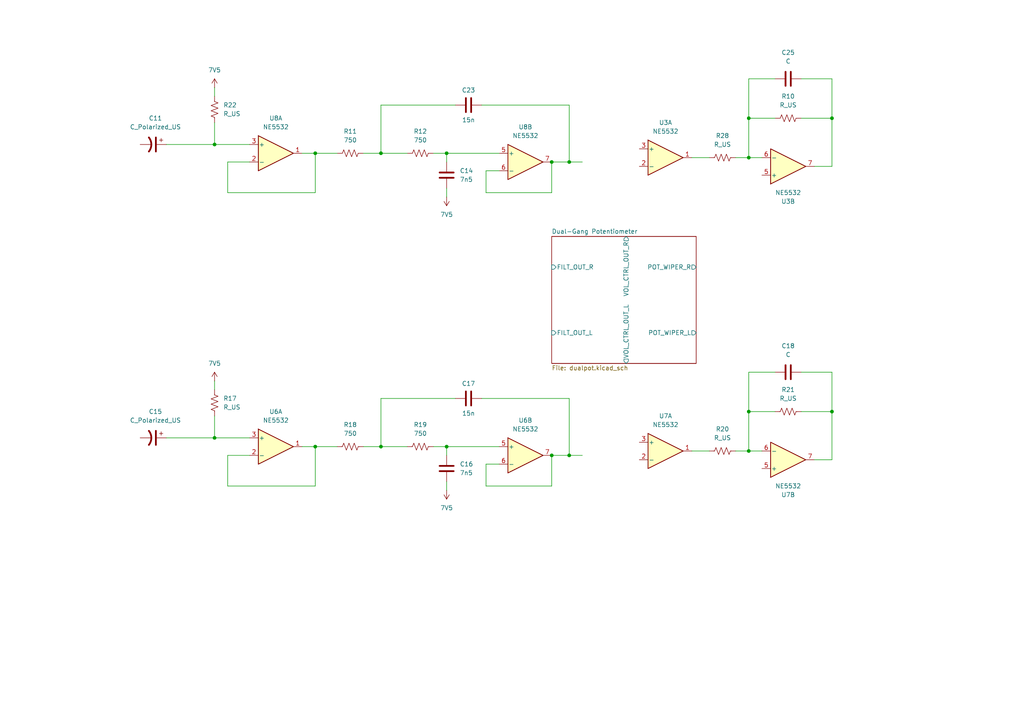
<source format=kicad_sch>
(kicad_sch (version 20231120) (generator "eeschema") (generator_version "8.0")
  (paper "A4")
  (lib_symbols
    (symbol "Amplifier_Operational:NE5532" (pin_names (offset 0.127))
      (property "Reference" "U" (at 0 5.08 0))
      (property "Value" "NE5532" (at 0 -5.08 0))
      (symbol "NE5532_1_1"
        (polyline (pts (xy -5.08 5.08) (xy 5.08 0) (xy -5.08 -5.08) (xy -5.08 5.08)) (stroke (width 0.254)) (fill (type background)))
        (pin output line (at 7.62 0 180) (length 2.54) (name "~") (number "1"))
        (pin input line (at -7.62 -2.54 0) (length 2.54) (name "-") (number "2"))
        (pin input line (at -7.62 2.54 0) (length 2.54) (name "+") (number "3"))
      )
      (symbol "NE5532_2_1"
        (polyline (pts (xy -5.08 5.08) (xy 5.08 0) (xy -5.08 -5.08) (xy -5.08 5.08)) (stroke (width 0.254)) (fill (type background)))
        (pin input line (at -7.62 2.54 0) (length 2.54) (name "+") (number "5"))
        (pin input line (at -7.62 -2.54 0) (length 2.54) (name "-") (number "6"))
        (pin output line (at 7.62 0 180) (length 2.54) (name "~") (number "7"))
      )
      (symbol "NE5532_3_1"
        (pin power_in line (at -2.54 -7.62 90) (length 3.81) (name "V-") (number "4"))
        (pin power_in line (at -2.54 7.62 270) (length 3.81) (name "V+") (number "8"))
      )
    )
    (symbol "Device:C" (pin_numbers hide) (pin_names (offset 0.254))
      (property "Reference" "C" (at 0.635 2.54 0))
      (property "Value" "C" (at 0.635 -2.54 0))
      (symbol "C_0_1"
        (polyline (pts (xy -2.032 -0.762) (xy 2.032 -0.762)) (stroke (width 0.508)))
        (polyline (pts (xy -2.032 0.762) (xy 2.032 0.762)) (stroke (width 0.508)))
      )
      (symbol "C_1_1"
        (pin passive line (at 0 3.81 270) (length 2.794) (name "~") (number "1"))
        (pin passive line (at 0 -3.81 90) (length 2.794) (name "~") (number "2"))
      )
    )
    (symbol "Device:C_Polarized_US" (pin_numbers hide) (pin_names (offset 0.254) hide)
      (property "Reference" "C" (at 0.635 2.54 0))
      (property "Value" "C_Polarized_US" (at 0.635 -2.54 0))
      (symbol "C_Polarized_US_0_1"
        (polyline (pts (xy -2.032 0.762) (xy 2.032 0.762)) (stroke (width 0.508)))
        (polyline (pts (xy -1.778 2.286) (xy -0.762 2.286)))
        (polyline (pts (xy -1.27 1.778) (xy -1.27 2.794)))
        (arc (start 2.032 -1.27) (mid 0 -0.5572) (end -2.032 -1.27) (stroke (width 0.508)))
      )
      (symbol "C_Polarized_US_1_1"
        (pin passive line (at 0 3.81 270) (length 2.794) (name "~") (number "1"))
        (pin passive line (at 0 -3.81 90) (length 3.302) (name "~") (number "2"))
      )
    )
    (symbol "Device:R_US" (pin_numbers hide) (pin_names (offset 0))
      (property "Reference" "R" (at 2.54 0 90))
      (property "Value" "R_US" (at -2.54 0 90))
      (symbol "R_US_0_1"
        (polyline (pts (xy 0 -2.286) (xy 0 -2.54)))
        (polyline (pts (xy 0 2.286) (xy 0 2.54)))
        (polyline (pts (xy 0 -0.762) (xy 1.016 -1.143) (xy 0 -1.524) (xy -1.016 -1.905) (xy 0 -2.286)))
        (polyline (pts (xy 0 0.762) (xy 1.016 0.381) (xy 0 0) (xy -1.016 -0.381) (xy 0 -0.762)))
        (polyline (pts (xy 0 2.286) (xy 1.016 1.905) (xy 0 1.524) (xy -1.016 1.143) (xy 0 0.762)))
      )
      (symbol "R_US_1_1"
        (pin passive line (at 0 3.81 270) (length 1.27) (name "~") (number "1"))
        (pin passive line (at 0 -3.81 90) (length 1.27) (name "~") (number "2"))
      )
    )
    (symbol "power:VCC" (power) (pin_numbers hide) (pin_names (offset 0) hide)
      (property "Value" "VCC" (at 0 3.556 0))
      (symbol "VCC_0_1"
        (polyline (pts (xy -0.762 1.27) (xy 0 2.54)))
        (polyline (pts (xy 0 0) (xy 0 2.54)))
        (polyline (pts (xy 0 2.54) (xy 0.762 1.27)))
      )
      (symbol "VCC_1_1"
        (pin power_in line (at 0 0 90) (length 0) (name "~") (number "1"))
      )
    )
  )
  (junction (at 110.49 44.45))
  (junction (at 300.99 95.25))
  (junction (at 346.71 73.66))
  (junction (at 62.23 41.91))
  (junction (at 62.23 127))
  (junction (at 241.3 119.38))
  (junction (at 91.44 44.45))
  (junction (at 217.17 119.38))
  (junction (at 160.02 132.08))
  (junction (at 91.44 129.54))
  (junction (at 217.17 130.81))
  (junction (at 345.44 121.92))
  (junction (at 165.1 132.08))
  (junction (at 110.49 129.54))
  (junction (at 345.44 97.79))
  (junction (at 241.3 34.29))
  (junction (at 346.71 48.26))
  (junction (at 165.1 46.99))
  (junction (at 300.99 71.12))
  (junction (at 217.17 34.29))
  (junction (at 129.54 129.54))
  (junction (at 160.02 46.99))
  (junction (at 129.54 44.45))
  (junction (at 217.17 45.72))
  (wire (pts (xy 241.3 133.35) (xy 236.22 133.35)))
  (wire (pts (xy 105.41 44.45) (xy 110.49 44.45)))
  (wire (pts (xy 165.1 46.99) (xy 165.1 30.48)))
  (wire (pts (xy 62.23 41.91) (xy 72.39 41.91)))
  (wire (pts (xy 318.77 100.33) (xy 318.77 109.22)))
  (wire (pts (xy 326.39 100.33) (xy 318.77 100.33)))
  (wire (pts (xy 346.71 73.66) (xy 350.52 73.66)))
  (wire (pts (xy 217.17 45.72) (xy 220.98 45.72)))
  (wire (pts (xy 91.44 44.45) (xy 97.79 44.45)))
  (wire (pts (xy 110.49 115.57) (xy 110.49 129.54)))
  (wire (pts (xy 232.41 22.86) (xy 241.3 22.86)))
  (wire (pts (xy 129.54 139.7) (xy 129.54 142.24)))
  (wire (pts (xy 217.17 130.81) (xy 217.17 119.38)))
  (wire (pts (xy 346.71 73.66) (xy 342.9 73.66)))
  (wire (pts (xy 72.39 132.08) (xy 66.04 132.08)))
  (wire (pts (xy 91.44 129.54) (xy 87.63 129.54)))
  (wire (pts (xy 345.44 97.79) (xy 350.52 97.79)))
  (wire (pts (xy 241.3 34.29) (xy 241.3 48.26)))
  (wire (pts (xy 327.66 76.2) (xy 320.04 76.2)))
  (wire (pts (xy 326.39 124.46) (xy 318.77 124.46)))
  (wire (pts (xy 217.17 107.95) (xy 224.79 107.95)))
  (wire (pts (xy 140.97 55.88) (xy 160.02 55.88)))
  (wire (pts (xy 345.44 109.22) (xy 345.44 97.79)))
  (wire (pts (xy 213.36 45.72) (xy 217.17 45.72)))
  (wire (pts (xy 241.3 119.38) (xy 241.3 133.35)))
  (wire (pts (xy 91.44 44.45) (xy 87.63 44.45)))
  (wire (pts (xy 91.44 140.97) (xy 91.44 129.54)))
  (wire (pts (xy 110.49 129.54) (xy 118.11 129.54)))
  (wire (pts (xy 320.04 59.69) (xy 346.71 59.69)))
  (wire (pts (xy 110.49 30.48) (xy 110.49 44.45)))
  (wire (pts (xy 217.17 22.86) (xy 224.79 22.86)))
  (wire (pts (xy 165.1 132.08) (xy 168.91 132.08)))
  (wire (pts (xy 165.1 115.57) (xy 139.7 115.57)))
  (wire (pts (xy 66.04 132.08) (xy 66.04 140.97)))
  (wire (pts (xy 300.99 119.38) (xy 300.99 95.25)))
  (wire (pts (xy 165.1 132.08) (xy 165.1 115.57)))
  (wire (pts (xy 345.44 97.79) (xy 341.63 97.79)))
  (wire (pts (xy 213.36 130.81) (xy 217.17 130.81)))
  (wire (pts (xy 200.66 130.81) (xy 205.74 130.81)))
  (wire (pts (xy 144.78 134.62) (xy 140.97 134.62)))
  (wire (pts (xy 200.66 45.72) (xy 205.74 45.72)))
  (wire (pts (xy 91.44 55.88) (xy 91.44 44.45)))
  (wire (pts (xy 318.77 109.22) (xy 345.44 109.22)))
  (wire (pts (xy 345.44 121.92) (xy 350.52 121.92)))
  (wire (pts (xy 346.71 59.69) (xy 346.71 48.26)))
  (wire (pts (xy 241.3 107.95) (xy 241.3 119.38)))
  (wire (pts (xy 160.02 46.99) (xy 165.1 46.99)))
  (wire (pts (xy 160.02 55.88) (xy 160.02 46.99)))
  (wire (pts (xy 217.17 119.38) (xy 224.79 119.38)))
  (wire (pts (xy 125.73 129.54) (xy 129.54 129.54)))
  (wire (pts (xy 300.99 95.25) (xy 300.99 71.12)))
  (wire (pts (xy 327.66 50.8) (xy 320.04 50.8)))
  (wire (pts (xy 326.39 119.38) (xy 300.99 119.38)))
  (wire (pts (xy 48.26 127) (xy 62.23 127)))
  (wire (pts (xy 72.39 46.99) (xy 66.04 46.99)))
  (wire (pts (xy 217.17 34.29) (xy 217.17 22.86)))
  (wire (pts (xy 125.73 44.45) (xy 129.54 44.45)))
  (wire (pts (xy 345.44 133.35) (xy 345.44 121.92)))
  (wire (pts (xy 105.41 129.54) (xy 110.49 129.54)))
  (wire (pts (xy 66.04 55.88) (xy 91.44 55.88)))
  (wire (pts (xy 129.54 129.54) (xy 144.78 129.54)))
  (wire (pts (xy 217.17 130.81) (xy 220.98 130.81)))
  (wire (pts (xy 140.97 140.97) (xy 160.02 140.97)))
  (wire (pts (xy 300.99 45.72) (xy 327.66 45.72)))
  (wire (pts (xy 165.1 46.99) (xy 168.91 46.99)))
  (wire (pts (xy 129.54 44.45) (xy 144.78 44.45)))
  (wire (pts (xy 144.78 49.53) (xy 140.97 49.53)))
  (wire (pts (xy 129.54 129.54) (xy 129.54 132.08)))
  (wire (pts (xy 62.23 110.49) (xy 62.23 113.03)))
  (wire (pts (xy 300.99 71.12) (xy 300.99 45.72)))
  (wire (pts (xy 320.04 50.8) (xy 320.04 59.69)))
  (wire (pts (xy 346.71 48.26) (xy 342.9 48.26)))
  (wire (pts (xy 66.04 46.99) (xy 66.04 55.88)))
  (wire (pts (xy 140.97 49.53) (xy 140.97 55.88)))
  (wire (pts (xy 241.3 48.26) (xy 236.22 48.26)))
  (wire (pts (xy 232.41 107.95) (xy 241.3 107.95)))
  (wire (pts (xy 217.17 45.72) (xy 217.17 34.29)))
  (wire (pts (xy 300.99 71.12) (xy 327.66 71.12)))
  (wire (pts (xy 345.44 121.92) (xy 341.63 121.92)))
  (wire (pts (xy 129.54 44.45) (xy 129.54 46.99)))
  (wire (pts (xy 140.97 134.62) (xy 140.97 140.97)))
  (wire (pts (xy 232.41 119.38) (xy 241.3 119.38)))
  (wire (pts (xy 62.23 127) (xy 72.39 127)))
  (wire (pts (xy 62.23 25.4) (xy 62.23 27.94)))
  (wire (pts (xy 217.17 34.29) (xy 224.79 34.29)))
  (wire (pts (xy 217.17 119.38) (xy 217.17 107.95)))
  (wire (pts (xy 160.02 140.97) (xy 160.02 132.08)))
  (wire (pts (xy 48.26 41.91) (xy 62.23 41.91)))
  (wire (pts (xy 132.08 30.48) (xy 110.49 30.48)))
  (wire (pts (xy 318.77 133.35) (xy 345.44 133.35)))
  (wire (pts (xy 91.44 129.54) (xy 97.79 129.54)))
  (wire (pts (xy 320.04 76.2) (xy 320.04 85.09)))
  (wire (pts (xy 232.41 34.29) (xy 241.3 34.29)))
  (wire (pts (xy 62.23 41.91) (xy 62.23 35.56)))
  (wire (pts (xy 129.54 54.61) (xy 129.54 57.15)))
  (wire (pts (xy 346.71 48.26) (xy 350.52 48.26)))
  (wire (pts (xy 300.99 95.25) (xy 326.39 95.25)))
  (wire (pts (xy 62.23 127) (xy 62.23 120.65)))
  (wire (pts (xy 346.71 85.09) (xy 346.71 73.66)))
  (wire (pts (xy 66.04 140.97) (xy 91.44 140.97)))
  (wire (pts (xy 160.02 132.08) (xy 165.1 132.08)))
  (wire (pts (xy 320.04 85.09) (xy 346.71 85.09)))
  (wire (pts (xy 318.77 124.46) (xy 318.77 133.35)))
  (wire (pts (xy 241.3 22.86) (xy 241.3 34.29)))
  (wire (pts (xy 132.08 115.57) (xy 110.49 115.57)))
  (wire (pts (xy 165.1 30.48) (xy 139.7 30.48)))
  (wire (pts (xy 110.49 44.45) (xy 118.11 44.45)))
  (symbol (lib_id "Device:R_US") (at 354.33 121.92 90) (unit 1)
    (property "Reference" "R16" (at 354.33 115.57 90))
    (property "Value" "R_US" (at 354.33 118.11 90))
    (property "Description" "Resistor, US symbol" (effects (hide yes)))
  )
  (symbol (lib_id "Device:R_US") (at 101.6 129.54 90) (unit 1)
    (property "Reference" "R18" (at 101.6 123.19 90))
    (property "Value" "750" (at 101.6 125.73 90))
    (property "Description" "Resistor, US symbol" (effects (hide yes)))
  )
  (symbol (lib_id "Device:C") (at 129.54 135.89 0) (unit 1)
    (property "Reference" "C16" (at 133.35 134.6199 0) (effects (justify left)))
    (property "Value" "7n5" (at 133.35 137.1599 0) (effects (justify left)))
    (property "Description" "Unpolarized capacitor" (effects (hide yes)))
  )
  (symbol (lib_id "Device:R_US") (at 228.6 119.38 90) (unit 1)
    (property "Reference" "R21" (at 228.6 113.03 90))
    (property "Value" "R_US" (at 228.6 115.57 90))
    (property "Description" "Resistor, US symbol" (effects (hide yes)))
  )
  (symbol (lib_id "Amplifier_Operational:NE5532") (at 193.04 45.72 0) (unit 1)
    (property "Reference" "U3" (at 193.04 35.56 0))
    (property "Value" "NE5532" (at 193.04 38.1 0))
    (property "Datasheet" "http://www.ti.com/lit/ds/symlink/ne5532.pdf" (effects (hide yes)))
    (property "Description" "Dual Low-Noise Operational Amplifiers, DIP-8/SOIC-8" (effects (hide yes)))
  )
  (symbol (lib_id "Amplifier_Operational:NE5532") (at 375.92 167.64 0) (unit 3)
    (property "Reference" "U7" (at 374.65 166.3699 0) (effects (justify left)))
    (property "Value" "NE5532" (at 374.65 168.9099 0) (effects (justify left)))
    (property "Datasheet" "http://www.ti.com/lit/ds/symlink/ne5532.pdf" (effects (hide yes)))
    (property "Description" "Dual Low-Noise Operational Amplifiers, DIP-8/SOIC-8" (effects (hide yes)))
  )
  (symbol (lib_id "Amplifier_Operational:NE5532") (at 152.4 46.99 0) (unit 2)
    (property "Reference" "U8" (at 152.4 36.83 0))
    (property "Value" "NE5532" (at 152.4 39.37 0))
    (property "Datasheet" "http://www.ti.com/lit/ds/symlink/ne5532.pdf" (effects (hide yes)))
    (property "Description" "Dual Low-Noise Operational Amplifiers, DIP-8/SOIC-8" (effects (hide yes)))
  )
  (symbol (lib_id "power:VCC") (at 62.23 110.49 0) (unit 1)
    (property "Reference" "#PWR024" (effects (hide yes)))
    (property "Value" "7V5" (at 62.23 105.41 0))
    (property "Description" "Power symbol creates a global label with name \"VCC\"" (effects (hide yes)))
  )
  (symbol (lib_id "Device:R_US") (at 354.33 48.26 90) (unit 1)
    (property "Reference" "R13" (at 354.33 41.91 90))
    (property "Value" "R_US" (at 354.33 44.45 90))
    (property "Description" "Resistor, US symbol" (effects (hide yes)))
  )
  (symbol (lib_id "Amplifier_Operational:NE5532") (at 312.42 167.64 0) (unit 3)
    (property "Reference" "U2" (at 311.15 166.3699 0) (effects (justify left)))
    (property "Value" "NE5532" (at 311.15 168.9099 0) (effects (justify left)))
    (property "Datasheet" "http://www.ti.com/lit/ds/symlink/ne5532.pdf" (effects (hide yes)))
    (property "Description" "Dual Low-Noise Operational Amplifiers, DIP-8/SOIC-8" (effects (hide yes)))
  )
  (symbol (lib_id "Device:C") (at 129.54 50.8 0) (unit 1)
    (property "Reference" "C14" (at 133.35 49.5299 0) (effects (justify left)))
    (property "Value" "7n5" (at 133.35 52.0699 0) (effects (justify left)))
    (property "Description" "Unpolarized capacitor" (effects (hide yes)))
  )
  (symbol (lib_id "Amplifier_Operational:NE5532") (at 228.6 48.26 0) (mirror x) (unit 2)
    (property "Reference" "U3" (at 228.6 58.42 0))
    (property "Value" "NE5532" (at 228.6 55.88 0))
    (property "Datasheet" "http://www.ti.com/lit/ds/symlink/ne5532.pdf" (effects (hide yes)))
    (property "Description" "Dual Low-Noise Operational Amplifiers, DIP-8/SOIC-8" (effects (hide yes)))
  )
  (symbol (lib_id "power:VCC") (at 62.23 25.4 0) (unit 1)
    (property "Reference" "#PWR023" (effects (hide yes)))
    (property "Value" "7V5" (at 62.23 20.32 0))
    (property "Description" "Power symbol creates a global label with name \"VCC\"" (effects (hide yes)))
  )
  (symbol (lib_id "power:VCC") (at 129.54 142.24 180) (unit 1)
    (property "Reference" "#PWR025" (effects (hide yes)))
    (property "Value" "7V5" (at 129.54 147.32 0))
    (property "Description" "Power symbol creates a global label with name \"VCC\"" (effects (hide yes)))
  )
  (symbol (lib_id "Device:C_Polarized_US") (at 44.45 41.91 270) (unit 1)
    (property "Reference" "C11" (at 45.085 34.29 90))
    (property "Value" "C_Polarized_US" (at 45.085 36.83 90))
    (property "Description" "Polarized capacitor, US symbol" (effects (hide yes)))
  )
  (symbol (lib_id "Amplifier_Operational:NE5532") (at 334.01 97.79 0) (unit 1)
    (property "Reference" "U12" (at 334.01 87.63 0))
    (property "Value" "NE5532" (at 334.01 90.17 0))
    (property "Datasheet" "http://www.ti.com/lit/ds/symlink/ne5532.pdf" (effects (hide yes)))
    (property "Description" "Dual Low-Noise Operational Amplifiers, DIP-8/SOIC-8" (effects (hide yes)))
  )
  (symbol (lib_id "Device:C") (at 135.89 30.48 90) (unit 1)
    (property "Reference" "C23" (at 135.89 26.162 90))
    (property "Value" "15n" (at 135.89 34.798 90))
    (property "Description" "Unpolarized capacitor" (effects (hide yes)))
  )
  (symbol (lib_id "Device:R_US") (at 209.55 130.81 90) (unit 1)
    (property "Reference" "R20" (at 209.55 124.46 90))
    (property "Value" "R_US" (at 209.55 127 90))
    (property "Description" "Resistor, US symbol" (effects (hide yes)))
  )
  (symbol (lib_id "Amplifier_Operational:NE5532") (at 335.28 73.66 0) (unit 2)
    (property "Reference" "U13" (at 335.28 63.5 0))
    (property "Value" "NE5532" (at 335.28 66.04 0))
    (property "Datasheet" "http://www.ti.com/lit/ds/symlink/ne5532.pdf" (effects (hide yes)))
    (property "Description" "Dual Low-Noise Operational Amplifiers, DIP-8/SOIC-8" (effects (hide yes)))
  )
  (symbol (lib_id "power:VCC") (at 129.54 57.15 180) (unit 1)
    (property "Reference" "#PWR028" (effects (hide yes)))
    (property "Value" "7V5" (at 129.54 62.23 0))
    (property "Description" "Power symbol creates a global label with name \"VCC\"" (effects (hide yes)))
  )
  (symbol (lib_id "Device:C_Polarized_US") (at 44.45 127 270) (unit 1)
    (property "Reference" "C15" (at 45.085 119.38 90))
    (property "Value" "C_Polarized_US" (at 45.085 121.92 90))
    (property "Description" "Polarized capacitor, US symbol" (effects (hide yes)))
  )
  (symbol (lib_id "Device:R_US") (at 354.33 73.66 90) (unit 1)
    (property "Reference" "R14" (at 354.33 67.31 90))
    (property "Value" "R_US" (at 354.33 69.85 90))
    (property "Description" "Resistor, US symbol" (effects (hide yes)))
  )
  (symbol (lib_id "Device:R_US") (at 228.6 34.29 90) (unit 1)
    (property "Reference" "R10" (at 228.6 27.94 90))
    (property "Value" "R_US" (at 228.6 30.48 90))
    (property "Description" "Resistor, US symbol" (effects (hide yes)))
  )
  (symbol (lib_id "Device:C") (at 135.89 115.57 90) (unit 1)
    (property "Reference" "C17" (at 135.89 111.252 90))
    (property "Value" "15n" (at 135.89 119.888 90))
    (property "Description" "Unpolarized capacitor" (effects (hide yes)))
  )
  (symbol (lib_id "Amplifier_Operational:NE5532") (at 335.28 48.26 0) (unit 1)
    (property "Reference" "U13" (at 335.28 38.1 0))
    (property "Value" "NE5532" (at 335.28 40.64 0))
    (property "Datasheet" "http://www.ti.com/lit/ds/symlink/ne5532.pdf" (effects (hide yes)))
    (property "Description" "Dual Low-Noise Operational Amplifiers, DIP-8/SOIC-8" (effects (hide yes)))
  )
  (symbol (lib_id "Amplifier_Operational:NE5532") (at 152.4 132.08 0) (unit 2)
    (property "Reference" "U6" (at 152.4 121.92 0))
    (property "Value" "NE5532" (at 152.4 124.46 0))
    (property "Datasheet" "http://www.ti.com/lit/ds/symlink/ne5532.pdf" (effects (hide yes)))
    (property "Description" "Dual Low-Noise Operational Amplifiers, DIP-8/SOIC-8" (effects (hide yes)))
  )
  (symbol (lib_id "Amplifier_Operational:NE5532") (at 193.04 130.81 0) (unit 1)
    (property "Reference" "U7" (at 193.04 120.65 0))
    (property "Value" "NE5532" (at 193.04 123.19 0))
    (property "Datasheet" "http://www.ti.com/lit/ds/symlink/ne5532.pdf" (effects (hide yes)))
    (property "Description" "Dual Low-Noise Operational Amplifiers, DIP-8/SOIC-8" (effects (hide yes)))
  )
  (symbol (lib_id "Amplifier_Operational:NE5532") (at 80.01 44.45 0) (unit 1)
    (property "Reference" "U8" (at 80.01 34.29 0))
    (property "Value" "NE5532" (at 80.01 36.83 0))
    (property "Datasheet" "http://www.ti.com/lit/ds/symlink/ne5532.pdf" (effects (hide yes)))
    (property "Description" "Dual Low-Noise Operational Amplifiers, DIP-8/SOIC-8" (effects (hide yes)))
  )
  (symbol (lib_id "Amplifier_Operational:NE5532") (at 228.6 133.35 0) (mirror x) (unit 2)
    (property "Reference" "U7" (at 228.6 143.51 0))
    (property "Value" "NE5532" (at 228.6 140.97 0))
    (property "Datasheet" "http://www.ti.com/lit/ds/symlink/ne5532.pdf" (effects (hide yes)))
    (property "Description" "Dual Low-Noise Operational Amplifiers, DIP-8/SOIC-8" (effects (hide yes)))
  )
  (symbol (lib_id "Device:R_US") (at 121.92 44.45 90) (unit 1)
    (property "Reference" "R12" (at 121.92 38.1 90))
    (property "Value" "750" (at 121.92 40.64 90))
    (property "Description" "Resistor, US symbol" (effects (hide yes)))
  )
  (symbol (lib_id "Device:R_US") (at 101.6 44.45 90) (unit 1)
    (property "Reference" "R11" (at 101.6 38.1 90))
    (property "Value" "750" (at 101.6 40.64 90))
    (property "Description" "Resistor, US symbol" (effects (hide yes)))
  )
  (symbol (lib_id "Amplifier_Operational:NE5532") (at 337.82 167.64 0) (unit 3)
    (property "Reference" "U4" (at 336.55 166.3699 0) (effects (justify left)))
    (property "Value" "NE5532" (at 336.55 168.9099 0) (effects (justify left)))
    (property "Datasheet" "http://www.ti.com/lit/ds/symlink/ne5532.pdf" (effects (hide yes)))
    (property "Description" "Dual Low-Noise Operational Amplifiers, DIP-8/SOIC-8" (effects (hide yes)))
  )
  (symbol (lib_id "Amplifier_Operational:NE5532") (at 350.52 167.64 0) (unit 3)
    (property "Reference" "U5" (at 349.25 166.3699 0) (effects (justify left)))
    (property "Value" "NE5532" (at 349.25 168.9099 0) (effects (justify left)))
    (property "Datasheet" "http://www.ti.com/lit/ds/symlink/ne5532.pdf" (effects (hide yes)))
    (property "Description" "Dual Low-Noise Operational Amplifiers, DIP-8/SOIC-8" (effects (hide yes)))
  )
  (symbol (lib_id "Device:R_US") (at 209.55 45.72 90) (unit 1)
    (property "Reference" "R28" (at 209.55 39.37 90))
    (property "Value" "R_US" (at 209.55 41.91 90))
    (property "Description" "Resistor, US symbol" (effects (hide yes)))
  )
  (symbol (lib_id "Device:C") (at 228.6 107.95 90) (unit 1)
    (property "Reference" "C18" (at 228.6 100.33 90))
    (property "Value" "C" (at 228.6 102.87 90))
    (property "Description" "Unpolarized capacitor" (effects (hide yes)))
  )
  (symbol (lib_id "Device:R_US") (at 121.92 129.54 90) (unit 1)
    (property "Reference" "R19" (at 121.92 123.19 90))
    (property "Value" "750" (at 121.92 125.73 90))
    (property "Description" "Resistor, US symbol" (effects (hide yes)))
  )
  (symbol (lib_id "Amplifier_Operational:NE5532") (at 363.22 167.64 0) (unit 3)
    (property "Reference" "U6" (at 361.95 166.3699 0) (effects (justify left)))
    (property "Value" "NE5532" (at 361.95 168.9099 0) (effects (justify left)))
    (property "Datasheet" "http://www.ti.com/lit/ds/symlink/ne5532.pdf" (effects (hide yes)))
    (property "Description" "Dual Low-Noise Operational Amplifiers, DIP-8/SOIC-8" (effects (hide yes)))
  )
  (symbol (lib_id "Device:R_US") (at 354.33 97.79 90) (unit 1)
    (property "Reference" "R15" (at 354.33 91.44 90))
    (property "Value" "R_US" (at 354.33 93.98 90))
    (property "Description" "Resistor, US symbol" (effects (hide yes)))
  )
  (symbol (lib_id "Amplifier_Operational:NE5532") (at 334.01 121.92 0) (unit 2)
    (property "Reference" "U12" (at 334.01 111.76 0))
    (property "Value" "NE5532" (at 334.01 114.3 0))
    (property "Datasheet" "http://www.ti.com/lit/ds/symlink/ne5532.pdf" (effects (hide yes)))
    (property "Description" "Dual Low-Noise Operational Amplifiers, DIP-8/SOIC-8" (effects (hide yes)))
  )
  (symbol (lib_id "Device:C") (at 228.6 22.86 90) (unit 1)
    (property "Reference" "C25" (at 228.6 15.24 90))
    (property "Value" "C" (at 228.6 17.78 90))
    (property "Description" "Unpolarized capacitor" (effects (hide yes)))
  )
  (symbol (lib_id "Amplifier_Operational:NE5532") (at 80.01 129.54 0) (unit 1)
    (property "Reference" "U6" (at 80.01 119.38 0))
    (property "Value" "NE5532" (at 80.01 121.92 0))
    (property "Datasheet" "http://www.ti.com/lit/ds/symlink/ne5532.pdf" (effects (hide yes)))
    (property "Description" "Dual Low-Noise Operational Amplifiers, DIP-8/SOIC-8" (effects (hide yes)))
  )
  (symbol (lib_id "Device:R_US") (at 62.23 31.75 0) (unit 1)
    (property "Reference" "R22" (at 64.77 30.4799 0) (effects (justify left)))
    (property "Value" "R_US" (at 64.77 33.0199 0) (effects (justify left)))
    (property "Description" "Resistor, US symbol" (effects (hide yes)))
  )
  (symbol (lib_id "Amplifier_Operational:NE5532") (at 325.12 167.64 0) (unit 3)
    (property "Reference" "U3" (at 323.85 166.3699 0) (effects (justify left)))
    (property "Value" "NE5532" (at 323.85 168.9099 0) (effects (justify left)))
    (property "Datasheet" "http://www.ti.com/lit/ds/symlink/ne5532.pdf" (effects (hide yes)))
    (property "Description" "Dual Low-Noise Operational Amplifiers, DIP-8/SOIC-8" (effects (hide yes)))
  )
  (symbol (lib_id "Device:R_US") (at 62.23 116.84 0) (unit 1)
    (property "Reference" "R17" (at 64.77 115.5699 0) (effects (justify left)))
    (property "Value" "R_US" (at 64.77 118.1099 0) (effects (justify left)))
    (property "Description" "Resistor, US symbol" (effects (hide yes)))
  )
  (sheet (at 160.02 68.58) (size 41.91 36.83) (stroke (width 0.1524))
    (property "Sheetname" "Dual-Gang Potentiometer" (at 160.02 67.8684 0) (effects (justify left bottom)))
    (property "Sheetfile" "dualpot.kicad_sch" (at 160.02 105.9946 0) (effects (justify left top)))
    (pin "POT_WIPER_R" output (at 201.93 77.47 0))
    (pin "POT_WIPER_L" output (at 201.93 96.52 0))
    (pin "FILT_OUT_R" input (at 160.02 77.47 180))
    (pin "FILT_OUT_L" input (at 160.02 96.52 180))
    (pin "VOL_CTRL_OUT_R" output (at 181.61 68.58 90))
    (pin "VOL_CTRL_OUT_L" output (at 181.61 105.41 270))
  )
)
</source>
